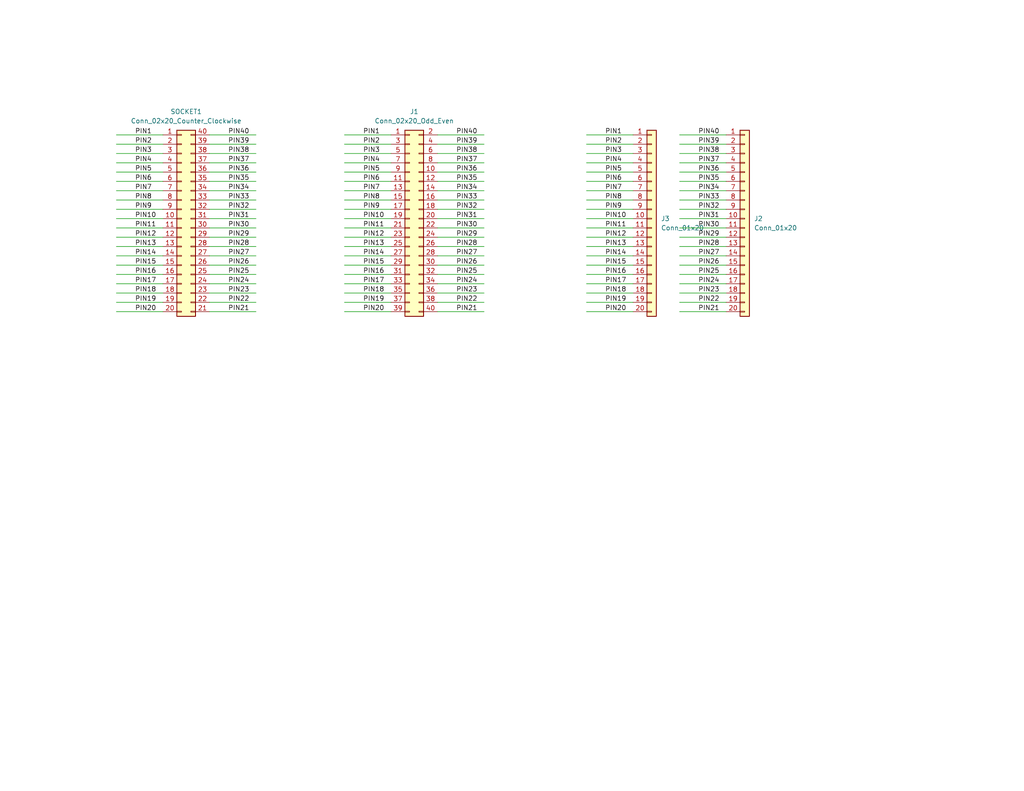
<source format=kicad_sch>
(kicad_sch (version 20230121) (generator eeschema)
  (paper "A")
  (title_block (title "UNIC 40") (date "2023-11-24") (rev "1.0") (company "Modular Circuits"))
  (lib_symbols
    (symbol "Connector_Generic:Conn_01x20" (pin_names (offset 1.016) hide)
      (property "Reference" "J" (at 0 25.4 0))
      (property "Value" "Conn_01x20" (at 0 -27.94 0))
      (symbol "Conn_01x20_1_1"
        (rectangle (start -1.27 -25.273) (end 0 -25.527) (stroke (width 0.1524)))
        (rectangle (start -1.27 -22.733) (end 0 -22.987) (stroke (width 0.1524)))
        (rectangle (start -1.27 -20.193) (end 0 -20.447) (stroke (width 0.1524)))
        (rectangle (start -1.27 -17.653) (end 0 -17.907) (stroke (width 0.1524)))
        (rectangle (start -1.27 -15.113) (end 0 -15.367) (stroke (width 0.1524)))
        (rectangle (start -1.27 -12.573) (end 0 -12.827) (stroke (width 0.1524)))
        (rectangle (start -1.27 -10.033) (end 0 -10.287) (stroke (width 0.1524)))
        (rectangle (start -1.27 -7.493) (end 0 -7.747) (stroke (width 0.1524)))
        (rectangle (start -1.27 -4.953) (end 0 -5.207) (stroke (width 0.1524)))
        (rectangle (start -1.27 -2.413) (end 0 -2.667) (stroke (width 0.1524)))
        (rectangle (start -1.27 0.127) (end 0 -0.127) (stroke (width 0.1524)))
        (rectangle (start -1.27 2.667) (end 0 2.413) (stroke (width 0.1524)))
        (rectangle (start -1.27 5.207) (end 0 4.953) (stroke (width 0.1524)))
        (rectangle (start -1.27 7.747) (end 0 7.493) (stroke (width 0.1524)))
        (rectangle (start -1.27 10.287) (end 0 10.033) (stroke (width 0.1524)))
        (rectangle (start -1.27 12.827) (end 0 12.573) (stroke (width 0.1524)))
        (rectangle (start -1.27 15.367) (end 0 15.113) (stroke (width 0.1524)))
        (rectangle (start -1.27 17.907) (end 0 17.653) (stroke (width 0.1524)))
        (rectangle (start -1.27 20.447) (end 0 20.193) (stroke (width 0.1524)))
        (rectangle (start -1.27 22.987) (end 0 22.733) (stroke (width 0.1524)))
        (rectangle (start -1.27 24.13) (end 1.27 -26.67) (stroke (width 0.254)) (fill (type background)))
        (pin passive line (at -5.08 22.86 0) (length 3.81) (name "Pin_1") (number "1"))
        (pin passive line (at -5.08 0 0) (length 3.81) (name "Pin_10") (number "10"))
        (pin passive line (at -5.08 -2.54 0) (length 3.81) (name "Pin_11") (number "11"))
        (pin passive line (at -5.08 -5.08 0) (length 3.81) (name "Pin_12") (number "12"))
        (pin passive line (at -5.08 -7.62 0) (length 3.81) (name "Pin_13") (number "13"))
        (pin passive line (at -5.08 -10.16 0) (length 3.81) (name "Pin_14") (number "14"))
        (pin passive line (at -5.08 -12.7 0) (length 3.81) (name "Pin_15") (number "15"))
        (pin passive line (at -5.08 -15.24 0) (length 3.81) (name "Pin_16") (number "16"))
        (pin passive line (at -5.08 -17.78 0) (length 3.81) (name "Pin_17") (number "17"))
        (pin passive line (at -5.08 -20.32 0) (length 3.81) (name "Pin_18") (number "18"))
        (pin passive line (at -5.08 -22.86 0) (length 3.81) (name "Pin_19") (number "19"))
        (pin passive line (at -5.08 20.32 0) (length 3.81) (name "Pin_2") (number "2"))
        (pin passive line (at -5.08 -25.4 0) (length 3.81) (name "Pin_20") (number "20"))
        (pin passive line (at -5.08 17.78 0) (length 3.81) (name "Pin_3") (number "3"))
        (pin passive line (at -5.08 15.24 0) (length 3.81) (name "Pin_4") (number "4"))
        (pin passive line (at -5.08 12.7 0) (length 3.81) (name "Pin_5") (number "5"))
        (pin passive line (at -5.08 10.16 0) (length 3.81) (name "Pin_6") (number "6"))
        (pin passive line (at -5.08 7.62 0) (length 3.81) (name "Pin_7") (number "7"))
        (pin passive line (at -5.08 5.08 0) (length 3.81) (name "Pin_8") (number "8"))
        (pin passive line (at -5.08 2.54 0) (length 3.81) (name "Pin_9") (number "9"))
      )
    )
    (symbol "Connector_Generic:Conn_02x20_Counter_Clockwise" (pin_names (offset 1.016) hide)
      (property "Reference" "J" (at 1.27 25.4 0))
      (property "Value" "Conn_02x20_Counter_Clockwise" (at 1.27 -27.94 0))
      (symbol "Conn_02x20_Counter_Clockwise_1_1"
        (rectangle (start -1.27 -25.273) (end 0 -25.527) (stroke (width 0.1524)))
        (rectangle (start -1.27 -22.733) (end 0 -22.987) (stroke (width 0.1524)))
        (rectangle (start -1.27 -20.193) (end 0 -20.447) (stroke (width 0.1524)))
        (rectangle (start -1.27 -17.653) (end 0 -17.907) (stroke (width 0.1524)))
        (rectangle (start -1.27 -15.113) (end 0 -15.367) (stroke (width 0.1524)))
        (rectangle (start -1.27 -12.573) (end 0 -12.827) (stroke (width 0.1524)))
        (rectangle (start -1.27 -10.033) (end 0 -10.287) (stroke (width 0.1524)))
        (rectangle (start -1.27 -7.493) (end 0 -7.747) (stroke (width 0.1524)))
        (rectangle (start -1.27 -4.953) (end 0 -5.207) (stroke (width 0.1524)))
        (rectangle (start -1.27 -2.413) (end 0 -2.667) (stroke (width 0.1524)))
        (rectangle (start -1.27 0.127) (end 0 -0.127) (stroke (width 0.1524)))
        (rectangle (start -1.27 2.667) (end 0 2.413) (stroke (width 0.1524)))
        (rectangle (start -1.27 5.207) (end 0 4.953) (stroke (width 0.1524)))
        (rectangle (start -1.27 7.747) (end 0 7.493) (stroke (width 0.1524)))
        (rectangle (start -1.27 10.287) (end 0 10.033) (stroke (width 0.1524)))
        (rectangle (start -1.27 12.827) (end 0 12.573) (stroke (width 0.1524)))
        (rectangle (start -1.27 15.367) (end 0 15.113) (stroke (width 0.1524)))
        (rectangle (start -1.27 17.907) (end 0 17.653) (stroke (width 0.1524)))
        (rectangle (start -1.27 20.447) (end 0 20.193) (stroke (width 0.1524)))
        (rectangle (start -1.27 22.987) (end 0 22.733) (stroke (width 0.1524)))
        (rectangle (start -1.27 24.13) (end 3.81 -26.67) (stroke (width 0.254)) (fill (type background)))
        (rectangle (start 3.81 -25.273) (end 2.54 -25.527) (stroke (width 0.1524)))
        (rectangle (start 3.81 -22.733) (end 2.54 -22.987) (stroke (width 0.1524)))
        (rectangle (start 3.81 -20.193) (end 2.54 -20.447) (stroke (width 0.1524)))
        (rectangle (start 3.81 -17.653) (end 2.54 -17.907) (stroke (width 0.1524)))
        (rectangle (start 3.81 -15.113) (end 2.54 -15.367) (stroke (width 0.1524)))
        (rectangle (start 3.81 -12.573) (end 2.54 -12.827) (stroke (width 0.1524)))
        (rectangle (start 3.81 -10.033) (end 2.54 -10.287) (stroke (width 0.1524)))
        (rectangle (start 3.81 -7.493) (end 2.54 -7.747) (stroke (width 0.1524)))
        (rectangle (start 3.81 -4.953) (end 2.54 -5.207) (stroke (width 0.1524)))
        (rectangle (start 3.81 -2.413) (end 2.54 -2.667) (stroke (width 0.1524)))
        (rectangle (start 3.81 0.127) (end 2.54 -0.127) (stroke (width 0.1524)))
        (rectangle (start 3.81 2.667) (end 2.54 2.413) (stroke (width 0.1524)))
        (rectangle (start 3.81 5.207) (end 2.54 4.953) (stroke (width 0.1524)))
        (rectangle (start 3.81 7.747) (end 2.54 7.493) (stroke (width 0.1524)))
        (rectangle (start 3.81 10.287) (end 2.54 10.033) (stroke (width 0.1524)))
        (rectangle (start 3.81 12.827) (end 2.54 12.573) (stroke (width 0.1524)))
        (rectangle (start 3.81 15.367) (end 2.54 15.113) (stroke (width 0.1524)))
        (rectangle (start 3.81 17.907) (end 2.54 17.653) (stroke (width 0.1524)))
        (rectangle (start 3.81 20.447) (end 2.54 20.193) (stroke (width 0.1524)))
        (rectangle (start 3.81 22.987) (end 2.54 22.733) (stroke (width 0.1524)))
        (pin passive line (at -5.08 22.86 0) (length 3.81) (name "Pin_1") (number "1"))
        (pin passive line (at -5.08 0 0) (length 3.81) (name "Pin_10") (number "10"))
        (pin passive line (at -5.08 -2.54 0) (length 3.81) (name "Pin_11") (number "11"))
        (pin passive line (at -5.08 -5.08 0) (length 3.81) (name "Pin_12") (number "12"))
        (pin passive line (at -5.08 -7.62 0) (length 3.81) (name "Pin_13") (number "13"))
        (pin passive line (at -5.08 -10.16 0) (length 3.81) (name "Pin_14") (number "14"))
        (pin passive line (at -5.08 -12.7 0) (length 3.81) (name "Pin_15") (number "15"))
        (pin passive line (at -5.08 -15.24 0) (length 3.81) (name "Pin_16") (number "16"))
        (pin passive line (at -5.08 -17.78 0) (length 3.81) (name "Pin_17") (number "17"))
        (pin passive line (at -5.08 -20.32 0) (length 3.81) (name "Pin_18") (number "18"))
        (pin passive line (at -5.08 -22.86 0) (length 3.81) (name "Pin_19") (number "19"))
        (pin passive line (at -5.08 20.32 0) (length 3.81) (name "Pin_2") (number "2"))
        (pin passive line (at -5.08 -25.4 0) (length 3.81) (name "Pin_20") (number "20"))
        (pin passive line (at 7.62 -25.4 180) (length 3.81) (name "Pin_21") (number "21"))
        (pin passive line (at 7.62 -22.86 180) (length 3.81) (name "Pin_22") (number "22"))
        (pin passive line (at 7.62 -20.32 180) (length 3.81) (name "Pin_23") (number "23"))
        (pin passive line (at 7.62 -17.78 180) (length 3.81) (name "Pin_24") (number "24"))
        (pin passive line (at 7.62 -15.24 180) (length 3.81) (name "Pin_25") (number "25"))
        (pin passive line (at 7.62 -12.7 180) (length 3.81) (name "Pin_26") (number "26"))
        (pin passive line (at 7.62 -10.16 180) (length 3.81) (name "Pin_27") (number "27"))
        (pin passive line (at 7.62 -7.62 180) (length 3.81) (name "Pin_28") (number "28"))
        (pin passive line (at 7.62 -5.08 180) (length 3.81) (name "Pin_29") (number "29"))
        (pin passive line (at -5.08 17.78 0) (length 3.81) (name "Pin_3") (number "3"))
        (pin passive line (at 7.62 -2.54 180) (length 3.81) (name "Pin_30") (number "30"))
        (pin passive line (at 7.62 0 180) (length 3.81) (name "Pin_31") (number "31"))
        (pin passive line (at 7.62 2.54 180) (length 3.81) (name "Pin_32") (number "32"))
        (pin passive line (at 7.62 5.08 180) (length 3.81) (name "Pin_33") (number "33"))
        (pin passive line (at 7.62 7.62 180) (length 3.81) (name "Pin_34") (number "34"))
        (pin passive line (at 7.62 10.16 180) (length 3.81) (name "Pin_35") (number "35"))
        (pin passive line (at 7.62 12.7 180) (length 3.81) (name "Pin_36") (number "36"))
        (pin passive line (at 7.62 15.24 180) (length 3.81) (name "Pin_37") (number "37"))
        (pin passive line (at 7.62 17.78 180) (length 3.81) (name "Pin_38") (number "38"))
        (pin passive line (at 7.62 20.32 180) (length 3.81) (name "Pin_39") (number "39"))
        (pin passive line (at -5.08 15.24 0) (length 3.81) (name "Pin_4") (number "4"))
        (pin passive line (at 7.62 22.86 180) (length 3.81) (name "Pin_40") (number "40"))
        (pin passive line (at -5.08 12.7 0) (length 3.81) (name "Pin_5") (number "5"))
        (pin passive line (at -5.08 10.16 0) (length 3.81) (name "Pin_6") (number "6"))
        (pin passive line (at -5.08 7.62 0) (length 3.81) (name "Pin_7") (number "7"))
        (pin passive line (at -5.08 5.08 0) (length 3.81) (name "Pin_8") (number "8"))
        (pin passive line (at -5.08 2.54 0) (length 3.81) (name "Pin_9") (number "9"))
      )
    )
    (symbol "Connector_Generic:Conn_02x20_Odd_Even" (pin_names (offset 1.016) hide)
      (property "Reference" "J" (at 1.27 25.4 0))
      (property "Value" "Conn_02x20_Odd_Even" (at 1.27 -27.94 0))
      (symbol "Conn_02x20_Odd_Even_1_1"
        (rectangle (start -1.27 -25.273) (end 0 -25.527) (stroke (width 0.1524)))
        (rectangle (start -1.27 -22.733) (end 0 -22.987) (stroke (width 0.1524)))
        (rectangle (start -1.27 -20.193) (end 0 -20.447) (stroke (width 0.1524)))
        (rectangle (start -1.27 -17.653) (end 0 -17.907) (stroke (width 0.1524)))
        (rectangle (start -1.27 -15.113) (end 0 -15.367) (stroke (width 0.1524)))
        (rectangle (start -1.27 -12.573) (end 0 -12.827) (stroke (width 0.1524)))
        (rectangle (start -1.27 -10.033) (end 0 -10.287) (stroke (width 0.1524)))
        (rectangle (start -1.27 -7.493) (end 0 -7.747) (stroke (width 0.1524)))
        (rectangle (start -1.27 -4.953) (end 0 -5.207) (stroke (width 0.1524)))
        (rectangle (start -1.27 -2.413) (end 0 -2.667) (stroke (width 0.1524)))
        (rectangle (start -1.27 0.127) (end 0 -0.127) (stroke (width 0.1524)))
        (rectangle (start -1.27 2.667) (end 0 2.413) (stroke (width 0.1524)))
        (rectangle (start -1.27 5.207) (end 0 4.953) (stroke (width 0.1524)))
        (rectangle (start -1.27 7.747) (end 0 7.493) (stroke (width 0.1524)))
        (rectangle (start -1.27 10.287) (end 0 10.033) (stroke (width 0.1524)))
        (rectangle (start -1.27 12.827) (end 0 12.573) (stroke (width 0.1524)))
        (rectangle (start -1.27 15.367) (end 0 15.113) (stroke (width 0.1524)))
        (rectangle (start -1.27 17.907) (end 0 17.653) (stroke (width 0.1524)))
        (rectangle (start -1.27 20.447) (end 0 20.193) (stroke (width 0.1524)))
        (rectangle (start -1.27 22.987) (end 0 22.733) (stroke (width 0.1524)))
        (rectangle (start -1.27 24.13) (end 3.81 -26.67) (stroke (width 0.254)) (fill (type background)))
        (rectangle (start 3.81 -25.273) (end 2.54 -25.527) (stroke (width 0.1524)))
        (rectangle (start 3.81 -22.733) (end 2.54 -22.987) (stroke (width 0.1524)))
        (rectangle (start 3.81 -20.193) (end 2.54 -20.447) (stroke (width 0.1524)))
        (rectangle (start 3.81 -17.653) (end 2.54 -17.907) (stroke (width 0.1524)))
        (rectangle (start 3.81 -15.113) (end 2.54 -15.367) (stroke (width 0.1524)))
        (rectangle (start 3.81 -12.573) (end 2.54 -12.827) (stroke (width 0.1524)))
        (rectangle (start 3.81 -10.033) (end 2.54 -10.287) (stroke (width 0.1524)))
        (rectangle (start 3.81 -7.493) (end 2.54 -7.747) (stroke (width 0.1524)))
        (rectangle (start 3.81 -4.953) (end 2.54 -5.207) (stroke (width 0.1524)))
        (rectangle (start 3.81 -2.413) (end 2.54 -2.667) (stroke (width 0.1524)))
        (rectangle (start 3.81 0.127) (end 2.54 -0.127) (stroke (width 0.1524)))
        (rectangle (start 3.81 2.667) (end 2.54 2.413) (stroke (width 0.1524)))
        (rectangle (start 3.81 5.207) (end 2.54 4.953) (stroke (width 0.1524)))
        (rectangle (start 3.81 7.747) (end 2.54 7.493) (stroke (width 0.1524)))
        (rectangle (start 3.81 10.287) (end 2.54 10.033) (stroke (width 0.1524)))
        (rectangle (start 3.81 12.827) (end 2.54 12.573) (stroke (width 0.1524)))
        (rectangle (start 3.81 15.367) (end 2.54 15.113) (stroke (width 0.1524)))
        (rectangle (start 3.81 17.907) (end 2.54 17.653) (stroke (width 0.1524)))
        (rectangle (start 3.81 20.447) (end 2.54 20.193) (stroke (width 0.1524)))
        (rectangle (start 3.81 22.987) (end 2.54 22.733) (stroke (width 0.1524)))
        (pin passive line (at -5.08 22.86 0) (length 3.81) (name "Pin_1") (number "1"))
        (pin passive line (at 7.62 12.7 180) (length 3.81) (name "Pin_10") (number "10"))
        (pin passive line (at -5.08 10.16 0) (length 3.81) (name "Pin_11") (number "11"))
        (pin passive line (at 7.62 10.16 180) (length 3.81) (name "Pin_12") (number "12"))
        (pin passive line (at -5.08 7.62 0) (length 3.81) (name "Pin_13") (number "13"))
        (pin passive line (at 7.62 7.62 180) (length 3.81) (name "Pin_14") (number "14"))
        (pin passive line (at -5.08 5.08 0) (length 3.81) (name "Pin_15") (number "15"))
        (pin passive line (at 7.62 5.08 180) (length 3.81) (name "Pin_16") (number "16"))
        (pin passive line (at -5.08 2.54 0) (length 3.81) (name "Pin_17") (number "17"))
        (pin passive line (at 7.62 2.54 180) (length 3.81) (name "Pin_18") (number "18"))
        (pin passive line (at -5.08 0 0) (length 3.81) (name "Pin_19") (number "19"))
        (pin passive line (at 7.62 22.86 180) (length 3.81) (name "Pin_2") (number "2"))
        (pin passive line (at 7.62 0 180) (length 3.81) (name "Pin_20") (number "20"))
        (pin passive line (at -5.08 -2.54 0) (length 3.81) (name "Pin_21") (number "21"))
        (pin passive line (at 7.62 -2.54 180) (length 3.81) (name "Pin_22") (number "22"))
        (pin passive line (at -5.08 -5.08 0) (length 3.81) (name "Pin_23") (number "23"))
        (pin passive line (at 7.62 -5.08 180) (length 3.81) (name "Pin_24") (number "24"))
        (pin passive line (at -5.08 -7.62 0) (length 3.81) (name "Pin_25") (number "25"))
        (pin passive line (at 7.62 -7.62 180) (length 3.81) (name "Pin_26") (number "26"))
        (pin passive line (at -5.08 -10.16 0) (length 3.81) (name "Pin_27") (number "27"))
        (pin passive line (at 7.62 -10.16 180) (length 3.81) (name "Pin_28") (number "28"))
        (pin passive line (at -5.08 -12.7 0) (length 3.81) (name "Pin_29") (number "29"))
        (pin passive line (at -5.08 20.32 0) (length 3.81) (name "Pin_3") (number "3"))
        (pin passive line (at 7.62 -12.7 180) (length 3.81) (name "Pin_30") (number "30"))
        (pin passive line (at -5.08 -15.24 0) (length 3.81) (name "Pin_31") (number "31"))
        (pin passive line (at 7.62 -15.24 180) (length 3.81) (name "Pin_32") (number "32"))
        (pin passive line (at -5.08 -17.78 0) (length 3.81) (name "Pin_33") (number "33"))
        (pin passive line (at 7.62 -17.78 180) (length 3.81) (name "Pin_34") (number "34"))
        (pin passive line (at -5.08 -20.32 0) (length 3.81) (name "Pin_35") (number "35"))
        (pin passive line (at 7.62 -20.32 180) (length 3.81) (name "Pin_36") (number "36"))
        (pin passive line (at -5.08 -22.86 0) (length 3.81) (name "Pin_37") (number "37"))
        (pin passive line (at 7.62 -22.86 180) (length 3.81) (name "Pin_38") (number "38"))
        (pin passive line (at -5.08 -25.4 0) (length 3.81) (name "Pin_39") (number "39"))
        (pin passive line (at 7.62 20.32 180) (length 3.81) (name "Pin_4") (number "4"))
        (pin passive line (at 7.62 -25.4 180) (length 3.81) (name "Pin_40") (number "40"))
        (pin passive line (at -5.08 17.78 0) (length 3.81) (name "Pin_5") (number "5"))
        (pin passive line (at 7.62 17.78 180) (length 3.81) (name "Pin_6") (number "6"))
        (pin passive line (at -5.08 15.24 0) (length 3.81) (name "Pin_7") (number "7"))
        (pin passive line (at 7.62 15.24 180) (length 3.81) (name "Pin_8") (number "8"))
        (pin passive line (at -5.08 12.7 0) (length 3.81) (name "Pin_9") (number "9"))
      )
    )
  )
  (wire (pts (xy 31.75 49.53) (xy 44.45 49.53)))
  (wire (pts (xy 185.42 59.69) (xy 198.12 59.69)))
  (wire (pts (xy 57.15 69.85) (xy 69.85 69.85)))
  (wire (pts (xy 160.02 77.47) (xy 172.72 77.47)))
  (wire (pts (xy 119.38 52.07) (xy 132.08 52.07)))
  (wire (pts (xy 160.02 62.23) (xy 172.72 62.23)))
  (wire (pts (xy 160.02 85.09) (xy 172.72 85.09)))
  (wire (pts (xy 119.38 80.01) (xy 132.08 80.01)))
  (wire (pts (xy 119.38 74.93) (xy 132.08 74.93)))
  (wire (pts (xy 57.15 77.47) (xy 69.85 77.47)))
  (wire (pts (xy 160.02 80.01) (xy 172.72 80.01)))
  (wire (pts (xy 119.38 67.31) (xy 132.08 67.31)))
  (wire (pts (xy 185.42 36.83) (xy 198.12 36.83)))
  (wire (pts (xy 160.02 67.31) (xy 172.72 67.31)))
  (wire (pts (xy 185.42 82.55) (xy 198.12 82.55)))
  (wire (pts (xy 185.42 74.93) (xy 198.12 74.93)))
  (wire (pts (xy 160.02 36.83) (xy 172.72 36.83)))
  (wire (pts (xy 119.38 57.15) (xy 132.08 57.15)))
  (wire (pts (xy 93.98 39.37) (xy 106.68 39.37)))
  (wire (pts (xy 31.75 77.47) (xy 44.45 77.47)))
  (wire (pts (xy 119.38 82.55) (xy 132.08 82.55)))
  (wire (pts (xy 93.98 82.55) (xy 106.68 82.55)))
  (wire (pts (xy 185.42 69.85) (xy 198.12 69.85)))
  (wire (pts (xy 185.42 72.39) (xy 198.12 72.39)))
  (wire (pts (xy 93.98 72.39) (xy 106.68 72.39)))
  (wire (pts (xy 119.38 44.45) (xy 132.08 44.45)))
  (wire (pts (xy 57.15 85.09) (xy 69.85 85.09)))
  (wire (pts (xy 31.75 72.39) (xy 44.45 72.39)))
  (wire (pts (xy 57.15 41.91) (xy 69.85 41.91)))
  (wire (pts (xy 185.42 64.77) (xy 198.12 64.77)))
  (wire (pts (xy 57.15 44.45) (xy 69.85 44.45)))
  (wire (pts (xy 93.98 41.91) (xy 106.68 41.91)))
  (wire (pts (xy 93.98 49.53) (xy 106.68 49.53)))
  (wire (pts (xy 160.02 64.77) (xy 172.72 64.77)))
  (wire (pts (xy 31.75 39.37) (xy 44.45 39.37)))
  (wire (pts (xy 93.98 74.93) (xy 106.68 74.93)))
  (wire (pts (xy 31.75 57.15) (xy 44.45 57.15)))
  (wire (pts (xy 57.15 57.15) (xy 69.85 57.15)))
  (wire (pts (xy 31.75 82.55) (xy 44.45 82.55)))
  (wire (pts (xy 31.75 64.77) (xy 44.45 64.77)))
  (wire (pts (xy 160.02 49.53) (xy 172.72 49.53)))
  (wire (pts (xy 185.42 52.07) (xy 198.12 52.07)))
  (wire (pts (xy 57.15 49.53) (xy 69.85 49.53)))
  (wire (pts (xy 93.98 46.99) (xy 106.68 46.99)))
  (wire (pts (xy 57.15 52.07) (xy 69.85 52.07)))
  (wire (pts (xy 57.15 46.99) (xy 69.85 46.99)))
  (wire (pts (xy 185.42 80.01) (xy 198.12 80.01)))
  (wire (pts (xy 119.38 77.47) (xy 132.08 77.47)))
  (wire (pts (xy 31.75 69.85) (xy 44.45 69.85)))
  (wire (pts (xy 93.98 67.31) (xy 106.68 67.31)))
  (wire (pts (xy 119.38 36.83) (xy 132.08 36.83)))
  (wire (pts (xy 160.02 69.85) (xy 172.72 69.85)))
  (wire (pts (xy 185.42 44.45) (xy 198.12 44.45)))
  (wire (pts (xy 57.15 74.93) (xy 69.85 74.93)))
  (wire (pts (xy 160.02 72.39) (xy 172.72 72.39)))
  (wire (pts (xy 57.15 62.23) (xy 69.85 62.23)))
  (wire (pts (xy 185.42 54.61) (xy 198.12 54.61)))
  (wire (pts (xy 119.38 64.77) (xy 132.08 64.77)))
  (wire (pts (xy 93.98 36.83) (xy 106.68 36.83)))
  (wire (pts (xy 160.02 52.07) (xy 172.72 52.07)))
  (wire (pts (xy 93.98 59.69) (xy 106.68 59.69)))
  (wire (pts (xy 31.75 46.99) (xy 44.45 46.99)))
  (wire (pts (xy 185.42 39.37) (xy 198.12 39.37)))
  (wire (pts (xy 57.15 54.61) (xy 69.85 54.61)))
  (wire (pts (xy 185.42 85.09) (xy 198.12 85.09)))
  (wire (pts (xy 31.75 85.09) (xy 44.45 85.09)))
  (wire (pts (xy 57.15 72.39) (xy 69.85 72.39)))
  (wire (pts (xy 119.38 59.69) (xy 132.08 59.69)))
  (wire (pts (xy 57.15 67.31) (xy 69.85 67.31)))
  (wire (pts (xy 31.75 74.93) (xy 44.45 74.93)))
  (wire (pts (xy 57.15 36.83) (xy 69.85 36.83)))
  (wire (pts (xy 160.02 44.45) (xy 172.72 44.45)))
  (wire (pts (xy 57.15 39.37) (xy 69.85 39.37)))
  (wire (pts (xy 160.02 57.15) (xy 172.72 57.15)))
  (wire (pts (xy 31.75 52.07) (xy 44.45 52.07)))
  (wire (pts (xy 93.98 85.09) (xy 106.68 85.09)))
  (wire (pts (xy 119.38 72.39) (xy 132.08 72.39)))
  (wire (pts (xy 31.75 54.61) (xy 44.45 54.61)))
  (wire (pts (xy 119.38 62.23) (xy 132.08 62.23)))
  (wire (pts (xy 119.38 69.85) (xy 132.08 69.85)))
  (wire (pts (xy 185.42 67.31) (xy 198.12 67.31)))
  (wire (pts (xy 31.75 80.01) (xy 44.45 80.01)))
  (wire (pts (xy 160.02 82.55) (xy 172.72 82.55)))
  (wire (pts (xy 185.42 62.23) (xy 198.12 62.23)))
  (wire (pts (xy 93.98 64.77) (xy 106.68 64.77)))
  (wire (pts (xy 160.02 59.69) (xy 172.72 59.69)))
  (wire (pts (xy 93.98 69.85) (xy 106.68 69.85)))
  (wire (pts (xy 160.02 41.91) (xy 172.72 41.91)))
  (wire (pts (xy 31.75 36.83) (xy 44.45 36.83)))
  (wire (pts (xy 57.15 64.77) (xy 69.85 64.77)))
  (wire (pts (xy 93.98 80.01) (xy 106.68 80.01)))
  (wire (pts (xy 93.98 44.45) (xy 106.68 44.45)))
  (wire (pts (xy 185.42 41.91) (xy 198.12 41.91)))
  (wire (pts (xy 119.38 49.53) (xy 132.08 49.53)))
  (wire (pts (xy 119.38 41.91) (xy 132.08 41.91)))
  (wire (pts (xy 57.15 82.55) (xy 69.85 82.55)))
  (wire (pts (xy 119.38 54.61) (xy 132.08 54.61)))
  (wire (pts (xy 31.75 62.23) (xy 44.45 62.23)))
  (wire (pts (xy 119.38 85.09) (xy 132.08 85.09)))
  (wire (pts (xy 185.42 46.99) (xy 198.12 46.99)))
  (wire (pts (xy 160.02 39.37) (xy 172.72 39.37)))
  (wire (pts (xy 185.42 57.15) (xy 198.12 57.15)))
  (wire (pts (xy 119.38 39.37) (xy 132.08 39.37)))
  (wire (pts (xy 57.15 59.69) (xy 69.85 59.69)))
  (wire (pts (xy 93.98 54.61) (xy 106.68 54.61)))
  (wire (pts (xy 31.75 41.91) (xy 44.45 41.91)))
  (wire (pts (xy 185.42 77.47) (xy 198.12 77.47)))
  (wire (pts (xy 93.98 77.47) (xy 106.68 77.47)))
  (wire (pts (xy 93.98 52.07) (xy 106.68 52.07)))
  (wire (pts (xy 31.75 67.31) (xy 44.45 67.31)))
  (wire (pts (xy 31.75 59.69) (xy 44.45 59.69)))
  (wire (pts (xy 93.98 57.15) (xy 106.68 57.15)))
  (wire (pts (xy 57.15 80.01) (xy 69.85 80.01)))
  (wire (pts (xy 119.38 46.99) (xy 132.08 46.99)))
  (wire (pts (xy 93.98 62.23) (xy 106.68 62.23)))
  (wire (pts (xy 160.02 54.61) (xy 172.72 54.61)))
  (wire (pts (xy 185.42 49.53) (xy 198.12 49.53)))
  (wire (pts (xy 160.02 74.93) (xy 172.72 74.93)))
  (wire (pts (xy 31.75 44.45) (xy 44.45 44.45)))
  (wire (pts (xy 160.02 46.99) (xy 172.72 46.99)))
  (label "PIN7" (at 36.83 52.07 0))
  (label "PIN22" (at 62.23 82.55 0))
  (label "PIN33" (at 190.5 54.61 0))
  (label "PIN30" (at 124.46 62.23 0))
  (label "PIN9" (at 36.83 57.15 0))
  (label "PIN5" (at 99.06 46.99 0))
  (label "PIN6" (at 165.1 49.53 0))
  (label "PIN19" (at 165.1 82.55 0))
  (label "PIN10" (at 99.06 59.69 0))
  (label "PIN13" (at 36.83 67.31 0))
  (label "PIN6" (at 36.83 49.53 0))
  (label "PIN25" (at 190.5 74.93 0))
  (label "PIN1" (at 99.06 36.83 0))
  (label "PIN16" (at 165.1 74.93 0))
  (label "PIN27" (at 124.46 69.85 0))
  (label "PIN21" (at 124.46 85.09 0))
  (label "PIN11" (at 36.83 62.23 0))
  (label "PIN40" (at 190.5 36.83 0))
  (label "PIN12" (at 165.1 64.77 0))
  (label "PIN20" (at 36.83 85.09 0))
  (label "PIN31" (at 190.5 59.69 0))
  (label "PIN31" (at 124.46 59.69 0))
  (label "PIN35" (at 190.5 49.53 0))
  (label "PIN27" (at 62.23 69.85 0))
  (label "PIN28" (at 124.46 67.31 0))
  (label "PIN36" (at 124.46 46.99 0))
  (label "PIN24" (at 190.5 77.47 0))
  (label "PIN39" (at 190.5 39.37 0))
  (label "PIN31" (at 62.23 59.69 0))
  (label "PIN22" (at 190.5 82.55 0))
  (label "PIN36" (at 62.23 46.99 0))
  (label "PIN4" (at 36.83 44.45 0))
  (label "PIN33" (at 62.23 54.61 0))
  (label "PIN29" (at 124.46 64.77 0))
  (label "PIN2" (at 99.06 39.37 0))
  (label "PIN7" (at 165.1 52.07 0))
  (label "PIN4" (at 99.06 44.45 0))
  (label "PIN5" (at 36.83 46.99 0))
  (label "PIN18" (at 36.83 80.01 0))
  (label "PIN33" (at 124.46 54.61 0))
  (label "PIN24" (at 124.46 77.47 0))
  (label "PIN27" (at 190.5 69.85 0))
  (label "PIN16" (at 36.83 74.93 0))
  (label "PIN11" (at 165.1 62.23 0))
  (label "PIN10" (at 165.1 59.69 0))
  (label "PIN8" (at 36.83 54.61 0))
  (label "PIN7" (at 99.06 52.07 0))
  (label "PIN21" (at 190.5 85.09 0))
  (label "PIN37" (at 62.23 44.45 0))
  (label "PIN13" (at 99.06 67.31 0))
  (label "PIN6" (at 99.06 49.53 0))
  (label "PIN24" (at 62.23 77.47 0))
  (label "PIN32" (at 62.23 57.15 0))
  (label "PIN34" (at 124.46 52.07 0))
  (label "PIN35" (at 124.46 49.53 0))
  (label "PIN26" (at 124.46 72.39 0))
  (label "PIN15" (at 99.06 72.39 0))
  (label "PIN23" (at 124.46 80.01 0))
  (label "PIN11" (at 99.06 62.23 0))
  (label "PIN2" (at 165.1 39.37 0))
  (label "PIN14" (at 165.1 69.85 0))
  (label "PIN29" (at 62.23 64.77 0))
  (label "PIN30" (at 190.5 62.23 0))
  (label "PIN21" (at 62.23 85.09 0))
  (label "PIN17" (at 36.83 77.47 0))
  (label "PIN38" (at 124.46 41.91 0))
  (label "PIN36" (at 190.5 46.99 0))
  (label "PIN25" (at 124.46 74.93 0))
  (label "PIN15" (at 36.83 72.39 0))
  (label "PIN10" (at 36.83 59.69 0))
  (label "PIN23" (at 62.23 80.01 0))
  (label "PIN19" (at 36.83 82.55 0))
  (label "PIN3" (at 165.1 41.91 0))
  (label "PIN20" (at 165.1 85.09 0))
  (label "PIN40" (at 124.46 36.83 0))
  (label "PIN16" (at 99.06 74.93 0))
  (label "PIN3" (at 36.83 41.91 0))
  (label "PIN15" (at 165.1 72.39 0))
  (label "PIN2" (at 36.83 39.37 0))
  (label "PIN18" (at 99.06 80.01 0))
  (label "PIN39" (at 124.46 39.37 0))
  (label "PIN25" (at 62.23 74.93 0))
  (label "PIN17" (at 99.06 77.47 0))
  (label "PIN26" (at 190.5 72.39 0))
  (label "PIN28" (at 190.5 67.31 0))
  (label "PIN8" (at 99.06 54.61 0))
  (label "PIN38" (at 190.5 41.91 0))
  (label "PIN29" (at 190.5 64.77 0))
  (label "PIN37" (at 190.5 44.45 0))
  (label "PIN30" (at 62.23 62.23 0))
  (label "PIN20" (at 99.06 85.09 0))
  (label "PIN14" (at 36.83 69.85 0))
  (label "PIN22" (at 124.46 82.55 0))
  (label "PIN34" (at 190.5 52.07 0))
  (label "PIN38" (at 62.23 41.91 0))
  (label "PIN14" (at 99.06 69.85 0))
  (label "PIN12" (at 36.83 64.77 0))
  (label "PIN1" (at 165.1 36.83 0))
  (label "PIN13" (at 165.1 67.31 0))
  (label "PIN9" (at 99.06 57.15 0))
  (label "PIN40" (at 62.23 36.83 0))
  (label "PIN26" (at 62.23 72.39 0))
  (label "PIN18" (at 165.1 80.01 0))
  (label "PIN4" (at 165.1 44.45 0))
  (label "PIN1" (at 36.83 36.83 0))
  (label "PIN37" (at 124.46 44.45 0))
  (label "PIN28" (at 62.23 67.31 0))
  (label "PIN5" (at 165.1 46.99 0))
  (label "PIN32" (at 124.46 57.15 0))
  (label "PIN8" (at 165.1 54.61 0))
  (label "PIN19" (at 99.06 82.55 0))
  (label "PIN35" (at 62.23 49.53 0))
  (label "PIN23" (at 190.5 80.01 0))
  (label "PIN34" (at 62.23 52.07 0))
  (label "PIN32" (at 190.5 57.15 0))
  (label "PIN17" (at 165.1 77.47 0))
  (label "PIN12" (at 99.06 64.77 0))
  (label "PIN3" (at 99.06 41.91 0))
  (label "PIN39" (at 62.23 39.37 0))
  (label "PIN9" (at 165.1 57.15 0))
  (symbol (lib_id "Connector_Generic:Conn_02x20_Counter_Clockwise") (at 49.53 59.69 0) (unit 1)
    (property "Reference" "SOCKET1" (at 50.8 30.48 0))
    (property "Value" "Conn_02x20_Counter_Clockwise" (at 50.8 33.02 0))
    (property "Footprint" "UNIC:DIP-40_pin_header" (effects hide))
  )
  (symbol (lib_id "Connector_Generic:Conn_01x20") (at 203.2 59.69 0) (unit 1)
    (property "Reference" "J2" (at 205.74 59.69 0) (effects (justify left)))
    (property "Value" "Conn_01x20" (at 205.74 62.23 0) (effects (justify left)))
    (property "Footprint" "Connector_PinHeader_2.54mm:PinHeader_1x20_P2.54mm_Vertical" (effects hide))
  )
  (symbol (lib_id "Connector_Generic:Conn_01x20") (at 177.8 59.69 0) (unit 1)
    (property "Reference" "J3" (at 180.34 59.69 0) (effects (justify left)))
    (property "Value" "Conn_01x20" (at 180.34 62.23 0) (effects (justify left)))
    (property "Footprint" "Connector_PinHeader_2.54mm:PinHeader_1x20_P2.54mm_Vertical" (effects hide))
  )
  (symbol (lib_id "Connector_Generic:Conn_02x20_Odd_Even") (at 111.76 59.69 0) (unit 1)
    (property "Reference" "J1" (at 113.03 30.48 0))
    (property "Value" "Conn_02x20_Odd_Even" (at 113.03 33.02 0))
    (property "Footprint" "Connector_PinHeader_2.54mm:PinHeader_2x20_P2.54mm_Vertical" (effects hide))
  )
)
</source>
